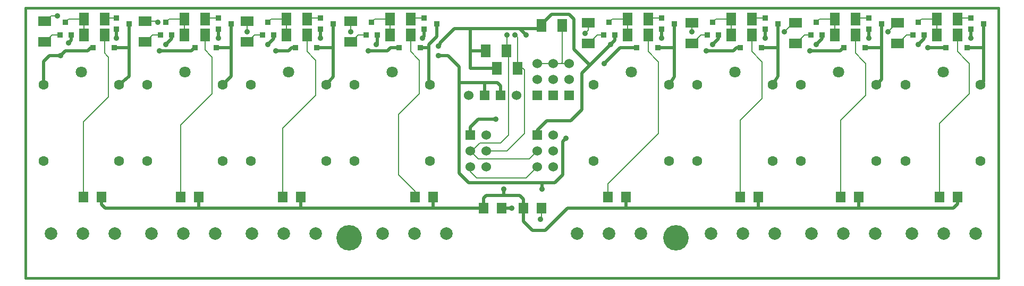
<source format=gtl>
G04 (created by PCBNEW-RS274X (2012-01-19 BZR 3256)-stable) date 15/05/2012 08:43:50*
G01*
G70*
G90*
%MOIN*%
G04 Gerber Fmt 3.4, Leading zero omitted, Abs format*
%FSLAX34Y34*%
G04 APERTURE LIST*
%ADD10C,0.006000*%
%ADD11C,0.015000*%
%ADD12R,0.036000X0.036000*%
%ADD13R,0.033500X0.033500*%
%ADD14R,0.060000X0.080000*%
%ADD15R,0.080000X0.060000*%
%ADD16C,0.078700*%
%ADD17R,0.062900X0.070900*%
%ADD18R,0.060000X0.060000*%
%ADD19C,0.060000*%
%ADD20C,0.070900*%
%ADD21C,0.063000*%
%ADD22C,0.160000*%
%ADD23C,0.035000*%
%ADD24C,0.019700*%
%ADD25C,0.008000*%
G04 APERTURE END LIST*
G54D10*
G54D11*
X12980Y-08873D02*
X12980Y-08773D01*
X74005Y-08898D02*
X74005Y-08773D01*
X12980Y-08844D02*
X12980Y-25773D01*
X12980Y-25773D02*
X74003Y-25773D01*
X74004Y-08769D02*
X12980Y-08769D01*
X74004Y-25773D02*
X74004Y-08844D01*
G54D12*
X15830Y-10473D03*
X15130Y-10473D03*
X15480Y-09673D03*
X72280Y-10123D03*
X72280Y-09423D03*
X73080Y-09773D03*
X65880Y-10123D03*
X65880Y-09423D03*
X66680Y-09773D03*
X59380Y-10123D03*
X59380Y-09423D03*
X60180Y-09773D03*
X52880Y-10123D03*
X52880Y-09423D03*
X53680Y-09773D03*
X37980Y-10123D03*
X37980Y-09423D03*
X38780Y-09773D03*
X31480Y-10123D03*
X31480Y-09423D03*
X32280Y-09773D03*
X25080Y-10123D03*
X25080Y-09423D03*
X25880Y-09773D03*
X22130Y-10473D03*
X21430Y-10473D03*
X21780Y-09673D03*
X28530Y-10473D03*
X27830Y-10473D03*
X28180Y-09673D03*
X35030Y-10473D03*
X34330Y-10473D03*
X34680Y-09673D03*
X49930Y-10473D03*
X49230Y-10473D03*
X49580Y-09673D03*
X56430Y-10473D03*
X55730Y-10473D03*
X56080Y-09673D03*
X62930Y-10473D03*
X62230Y-10473D03*
X62580Y-09673D03*
X69330Y-10473D03*
X68630Y-10473D03*
X68980Y-09673D03*
X18680Y-10123D03*
X18680Y-09423D03*
X19480Y-09773D03*
G54D13*
X72039Y-11273D03*
X70721Y-11273D03*
X65639Y-11273D03*
X64321Y-11273D03*
X59139Y-11273D03*
X57821Y-11273D03*
X52639Y-11273D03*
X51321Y-11273D03*
X37739Y-11273D03*
X36421Y-11273D03*
X31239Y-11273D03*
X29921Y-11273D03*
X24939Y-11273D03*
X23621Y-11273D03*
X18539Y-11273D03*
X17221Y-11273D03*
G54D14*
X65030Y-10473D03*
X63730Y-10473D03*
X58530Y-10473D03*
X57230Y-10473D03*
X52030Y-10473D03*
X50730Y-10473D03*
X37130Y-10473D03*
X35830Y-10473D03*
X30630Y-10473D03*
X29330Y-10473D03*
X24230Y-10473D03*
X22930Y-10473D03*
X17930Y-10473D03*
X16630Y-10473D03*
G54D15*
X67680Y-09723D03*
X67680Y-11023D03*
X61280Y-09723D03*
X61280Y-11023D03*
X54780Y-09723D03*
X54780Y-11023D03*
X48280Y-09723D03*
X48280Y-11023D03*
X33380Y-09623D03*
X33380Y-10923D03*
X26880Y-09623D03*
X26880Y-10923D03*
G54D14*
X41830Y-11473D03*
X43130Y-11473D03*
X42530Y-12573D03*
X43830Y-12573D03*
X45330Y-09873D03*
X46630Y-09873D03*
G54D15*
X14180Y-09623D03*
X14180Y-10923D03*
X20480Y-09623D03*
X20480Y-10923D03*
G54D14*
X70130Y-09473D03*
X71430Y-09473D03*
X63730Y-09473D03*
X65030Y-09473D03*
X57230Y-09473D03*
X58530Y-09473D03*
X50730Y-09473D03*
X52030Y-09473D03*
X35830Y-09473D03*
X37130Y-09473D03*
X29330Y-09473D03*
X30630Y-09473D03*
X22930Y-09473D03*
X24230Y-09473D03*
X16630Y-09473D03*
X17930Y-09473D03*
X71430Y-10473D03*
X70130Y-10473D03*
G54D16*
X14580Y-22973D03*
X16580Y-22973D03*
X18580Y-22973D03*
X20880Y-22973D03*
X22880Y-22973D03*
X24880Y-22973D03*
X27180Y-22973D03*
X29180Y-22973D03*
X31180Y-22973D03*
X35380Y-22973D03*
X37380Y-22973D03*
X39380Y-22973D03*
X47580Y-22973D03*
X49580Y-22973D03*
X51580Y-22973D03*
X55980Y-22973D03*
X57980Y-22973D03*
X59980Y-22973D03*
X62280Y-22973D03*
X64280Y-22973D03*
X66280Y-22973D03*
X68580Y-22973D03*
X70580Y-22973D03*
X72580Y-22973D03*
G54D17*
X16621Y-20673D03*
X17739Y-20673D03*
X22721Y-20673D03*
X23839Y-20673D03*
X29121Y-20673D03*
X30239Y-20673D03*
X37421Y-20673D03*
X38539Y-20673D03*
X49521Y-20673D03*
X50639Y-20673D03*
X57821Y-20673D03*
X58939Y-20673D03*
X64121Y-20673D03*
X65239Y-20673D03*
X70321Y-20673D03*
X71439Y-20673D03*
G54D18*
X45080Y-16773D03*
G54D19*
X46080Y-16773D03*
X45080Y-17773D03*
X46080Y-17773D03*
X45080Y-18773D03*
X46080Y-18773D03*
G54D18*
X40880Y-16773D03*
G54D19*
X41880Y-16773D03*
X40880Y-17773D03*
X41880Y-17773D03*
X40880Y-18773D03*
X41880Y-18773D03*
G54D20*
X16480Y-12827D03*
G54D21*
X14118Y-13614D03*
X18842Y-13614D03*
X14118Y-18417D03*
X18842Y-18417D03*
G54D20*
X22980Y-12827D03*
G54D21*
X20618Y-13614D03*
X25342Y-13614D03*
X20618Y-18417D03*
X25342Y-18417D03*
G54D20*
X29480Y-12827D03*
G54D21*
X27118Y-13614D03*
X31842Y-13614D03*
X27118Y-18417D03*
X31842Y-18417D03*
G54D20*
X35980Y-12827D03*
G54D21*
X33618Y-13614D03*
X38342Y-13614D03*
X33618Y-18417D03*
X38342Y-18417D03*
G54D20*
X50980Y-12827D03*
G54D21*
X48618Y-13614D03*
X53342Y-13614D03*
X48618Y-18417D03*
X53342Y-18417D03*
G54D20*
X57480Y-12827D03*
G54D21*
X55118Y-13614D03*
X59842Y-13614D03*
X55118Y-18417D03*
X59842Y-18417D03*
G54D20*
X63980Y-12827D03*
G54D21*
X61618Y-13614D03*
X66342Y-13614D03*
X61618Y-18417D03*
X66342Y-18417D03*
G54D20*
X70530Y-12827D03*
G54D21*
X68168Y-13614D03*
X72892Y-13614D03*
X68168Y-18417D03*
X72892Y-18417D03*
G54D18*
X45080Y-14273D03*
G54D19*
X45080Y-13273D03*
X45080Y-12273D03*
G54D18*
X46080Y-14273D03*
G54D19*
X46080Y-13273D03*
X46080Y-12273D03*
G54D18*
X47080Y-14273D03*
G54D19*
X47080Y-13273D03*
X47080Y-12273D03*
G54D18*
X41780Y-14273D03*
G54D19*
X40780Y-14273D03*
G54D17*
X42839Y-21373D03*
X41721Y-21373D03*
X45339Y-21373D03*
X44221Y-21373D03*
G54D18*
X42780Y-14273D03*
G54D19*
X43780Y-14273D03*
G54D22*
X53780Y-23228D03*
X33280Y-23228D03*
G54D23*
X62180Y-11473D03*
X55680Y-11473D03*
X38880Y-11773D03*
X46880Y-16973D03*
X69580Y-11273D03*
X45380Y-20173D03*
X21380Y-11473D03*
X15180Y-11773D03*
X34480Y-11473D03*
X49280Y-12273D03*
X28680Y-11473D03*
X21780Y-11073D03*
X42480Y-15773D03*
X56080Y-11073D03*
X34980Y-11073D03*
X62580Y-11073D03*
X38880Y-11173D03*
X15680Y-10973D03*
X49680Y-11073D03*
X68980Y-11073D03*
X28180Y-11073D03*
X44380Y-10473D03*
X14980Y-09273D03*
X21280Y-09673D03*
X26880Y-10273D03*
X33380Y-10273D03*
X48080Y-10373D03*
X54780Y-10273D03*
X60580Y-10273D03*
X67080Y-10273D03*
X43180Y-10473D03*
X43680Y-10473D03*
X52880Y-10673D03*
X31480Y-10673D03*
X18680Y-10673D03*
X37880Y-10673D03*
X25080Y-10673D03*
X42980Y-20173D03*
X65880Y-10673D03*
X72280Y-10673D03*
X59380Y-10673D03*
X43480Y-21373D03*
X45280Y-22073D03*
G54D24*
X14118Y-13614D02*
X14118Y-12273D01*
X64321Y-11273D02*
X64280Y-11273D01*
X64080Y-11473D02*
X62180Y-11473D01*
X57821Y-11273D02*
X57580Y-11273D01*
X57580Y-11273D02*
X57380Y-11473D01*
X14118Y-12273D02*
X14118Y-12210D01*
X64280Y-11273D02*
X64080Y-11473D01*
X39480Y-11773D02*
X40180Y-12473D01*
X38880Y-11773D02*
X39480Y-11773D01*
X14480Y-11773D02*
X15180Y-11773D01*
X14118Y-12273D02*
X14118Y-12135D01*
X51321Y-11273D02*
X50280Y-11273D01*
X40180Y-13473D02*
X40680Y-13473D01*
X17080Y-11273D02*
X16880Y-11473D01*
X42780Y-14273D02*
X42780Y-13673D01*
X15180Y-11773D02*
X15480Y-11473D01*
X16880Y-11473D02*
X15780Y-11473D01*
X40180Y-12473D02*
X40180Y-13473D01*
X14118Y-12135D02*
X14480Y-11773D01*
X41780Y-13473D02*
X41780Y-14273D01*
X42580Y-13473D02*
X42780Y-13673D01*
X40680Y-13473D02*
X41780Y-13473D01*
X69580Y-11273D02*
X70721Y-11273D01*
X23580Y-11273D02*
X23621Y-11273D01*
X23580Y-11273D02*
X23380Y-11473D01*
X34480Y-11473D02*
X35680Y-11473D01*
X22480Y-11473D02*
X21980Y-11473D01*
X21380Y-11473D02*
X21980Y-11473D01*
X15480Y-11473D02*
X15780Y-11473D01*
X40780Y-19773D02*
X40180Y-19173D01*
X45380Y-19773D02*
X40780Y-19773D01*
X40180Y-19173D02*
X40180Y-13473D01*
X35880Y-11273D02*
X35680Y-11473D01*
X35880Y-11273D02*
X36421Y-11273D01*
X23380Y-11473D02*
X22480Y-11473D01*
X46180Y-19773D02*
X45380Y-19773D01*
X46680Y-17173D02*
X46880Y-16973D01*
X46680Y-19273D02*
X46680Y-17173D01*
X46180Y-19773D02*
X46680Y-19273D01*
X50280Y-11273D02*
X49280Y-12273D01*
X41780Y-13473D02*
X42580Y-13473D01*
X17080Y-11273D02*
X17221Y-11273D01*
X36421Y-11273D02*
X36380Y-11273D01*
X45380Y-20173D02*
X45380Y-19773D01*
X29480Y-11473D02*
X28680Y-11473D01*
X29921Y-11273D02*
X29680Y-11273D01*
X29680Y-11273D02*
X29480Y-11473D01*
X57380Y-11473D02*
X55680Y-11473D01*
X40880Y-10073D02*
X40080Y-10073D01*
X47380Y-09473D02*
X47380Y-11373D01*
X22130Y-10473D02*
X22130Y-10723D01*
X22130Y-10723D02*
X21780Y-11073D01*
X42530Y-12573D02*
X40880Y-12573D01*
X40880Y-12373D02*
X40880Y-11473D01*
X39880Y-10073D02*
X38980Y-10973D01*
X28530Y-10723D02*
X28180Y-11073D01*
X28530Y-10473D02*
X28530Y-10723D01*
X40880Y-11473D02*
X40880Y-10073D01*
X41830Y-11473D02*
X40880Y-11473D01*
X44030Y-10073D02*
X43980Y-10073D01*
X47380Y-11373D02*
X48380Y-12373D01*
X62930Y-10723D02*
X62580Y-11073D01*
X35030Y-10473D02*
X35030Y-11023D01*
X49930Y-10473D02*
X49930Y-10823D01*
X40880Y-16273D02*
X40880Y-16773D01*
X45330Y-09873D02*
X45330Y-09823D01*
X40880Y-12573D02*
X40880Y-12373D01*
X49930Y-10823D02*
X49680Y-11073D01*
X62930Y-10473D02*
X62930Y-10723D01*
X56430Y-10723D02*
X56080Y-11073D01*
X56430Y-10473D02*
X56430Y-10723D01*
X40880Y-10073D02*
X44030Y-10073D01*
X47080Y-09173D02*
X47380Y-09473D01*
X45980Y-09173D02*
X47080Y-09173D01*
X45130Y-10073D02*
X45330Y-09873D01*
X38980Y-10973D02*
X38980Y-11073D01*
X69330Y-10723D02*
X68980Y-11073D01*
X43980Y-10073D02*
X44380Y-10473D01*
X69330Y-10473D02*
X69330Y-10723D01*
X49680Y-11073D02*
X48380Y-12373D01*
X41380Y-15773D02*
X40880Y-16273D01*
X44030Y-10073D02*
X45130Y-10073D01*
X42480Y-15773D02*
X41380Y-15773D01*
X35030Y-11023D02*
X34980Y-11073D01*
X45330Y-09823D02*
X45980Y-09173D01*
X39880Y-10073D02*
X40080Y-10073D01*
X45080Y-16473D02*
X45080Y-16773D01*
X47880Y-12873D02*
X47880Y-15173D01*
X45680Y-15873D02*
X45080Y-16473D01*
X47880Y-15173D02*
X47180Y-15873D01*
X48380Y-12373D02*
X47880Y-12873D01*
X15830Y-10473D02*
X15830Y-10823D01*
X15830Y-10823D02*
X15680Y-10973D01*
X47180Y-15873D02*
X45680Y-15873D01*
X38980Y-11073D02*
X38880Y-11173D01*
G54D25*
X44380Y-19473D02*
X45080Y-18773D01*
X41280Y-19473D02*
X44380Y-19473D01*
X40880Y-19073D02*
X41280Y-19473D01*
X40880Y-18773D02*
X40880Y-19073D01*
X14180Y-09623D02*
X14230Y-09623D01*
X14580Y-09273D02*
X14980Y-09273D01*
X14230Y-09623D02*
X14580Y-09273D01*
X21280Y-09673D02*
X21230Y-09623D01*
X21230Y-09623D02*
X20480Y-09623D01*
X26880Y-10273D02*
X26880Y-09623D01*
X33380Y-09623D02*
X33380Y-10273D01*
X48280Y-10173D02*
X48280Y-09723D01*
X48080Y-10373D02*
X48280Y-10173D01*
X54780Y-09723D02*
X54780Y-10273D01*
X60580Y-10273D02*
X61130Y-09723D01*
X61130Y-09723D02*
X61280Y-09723D01*
X67630Y-09723D02*
X67680Y-09723D01*
X67080Y-10273D02*
X67630Y-09723D01*
X16630Y-09473D02*
X15680Y-09473D01*
X15680Y-09473D02*
X15480Y-09673D01*
X16630Y-10473D02*
X16630Y-09473D01*
X22930Y-10473D02*
X22930Y-09473D01*
X21980Y-09473D02*
X21780Y-09673D01*
X22930Y-09473D02*
X21980Y-09473D01*
X29330Y-09473D02*
X28380Y-09473D01*
X28380Y-09473D02*
X28180Y-09673D01*
X29330Y-10473D02*
X29330Y-09473D01*
X35830Y-09473D02*
X34880Y-09473D01*
X34880Y-09473D02*
X34680Y-09673D01*
X35830Y-10473D02*
X35830Y-09473D01*
X49780Y-09473D02*
X49580Y-09673D01*
X50730Y-10473D02*
X50730Y-09473D01*
X50730Y-09473D02*
X49780Y-09473D01*
X57230Y-10473D02*
X57230Y-09473D01*
X57230Y-09473D02*
X56280Y-09473D01*
X56280Y-09473D02*
X56080Y-09673D01*
X63730Y-09473D02*
X62780Y-09473D01*
X62780Y-09473D02*
X62580Y-09673D01*
X63730Y-10473D02*
X63730Y-09473D01*
X70130Y-09473D02*
X69180Y-09473D01*
X70130Y-09473D02*
X70130Y-10473D01*
X70130Y-10473D02*
X70130Y-09473D01*
X69180Y-09473D02*
X68980Y-09673D01*
X43180Y-11423D02*
X43130Y-11473D01*
X42780Y-17273D02*
X43280Y-16773D01*
X43280Y-11623D02*
X43130Y-11473D01*
X44580Y-18273D02*
X45080Y-17773D01*
X40880Y-17773D02*
X40980Y-17773D01*
X43180Y-11523D02*
X43130Y-11473D01*
X41480Y-17273D02*
X42780Y-17273D01*
X43180Y-10473D02*
X43180Y-11423D01*
X40880Y-17773D02*
X41380Y-18273D01*
X43280Y-16773D02*
X43280Y-11623D01*
X41380Y-18273D02*
X44580Y-18273D01*
X40980Y-17773D02*
X41480Y-17273D01*
X43830Y-12573D02*
X43830Y-10623D01*
X44180Y-12573D02*
X43830Y-12573D01*
X44180Y-12573D02*
X44280Y-12673D01*
X44280Y-12673D02*
X44280Y-16673D01*
X43830Y-10623D02*
X43680Y-10473D01*
X43180Y-17773D02*
X44280Y-16673D01*
X41880Y-17773D02*
X43180Y-17773D01*
G54D24*
X42980Y-20573D02*
X43980Y-20573D01*
X23839Y-21373D02*
X23880Y-21373D01*
X37880Y-10673D02*
X37980Y-10573D01*
X58939Y-20673D02*
X58939Y-21373D01*
X44221Y-22214D02*
X44221Y-21373D01*
X42980Y-20573D02*
X42980Y-20173D01*
X44780Y-22773D02*
X44221Y-22214D01*
X50580Y-21373D02*
X46980Y-21373D01*
X41721Y-21373D02*
X41721Y-20732D01*
X41721Y-20732D02*
X41880Y-20573D01*
X23880Y-21373D02*
X30280Y-21373D01*
X17739Y-21132D02*
X17980Y-21373D01*
X71439Y-21114D02*
X71180Y-21373D01*
X31480Y-10673D02*
X31480Y-10123D01*
X18680Y-10123D02*
X18680Y-10673D01*
X30239Y-20673D02*
X30239Y-21373D01*
X43980Y-20573D02*
X44221Y-20814D01*
X30239Y-21373D02*
X30280Y-21373D01*
X58939Y-21373D02*
X58980Y-21373D01*
X25080Y-10673D02*
X25080Y-10123D01*
X71180Y-21373D02*
X65180Y-21373D01*
X71439Y-20673D02*
X71439Y-21114D01*
X46980Y-21373D02*
X45580Y-22773D01*
X65239Y-20673D02*
X65239Y-21373D01*
X65239Y-21373D02*
X65180Y-21373D01*
X65180Y-21373D02*
X58980Y-21373D01*
X38539Y-21373D02*
X38580Y-21373D01*
X38539Y-20673D02*
X38539Y-21373D01*
X30280Y-21373D02*
X38580Y-21373D01*
X38580Y-21373D02*
X41721Y-21373D01*
X65880Y-10673D02*
X65880Y-10123D01*
X17980Y-21373D02*
X23880Y-21373D01*
X23839Y-20673D02*
X23839Y-21373D01*
X17739Y-20673D02*
X17739Y-21132D01*
X58980Y-21373D02*
X50580Y-21373D01*
X44221Y-20814D02*
X44221Y-21373D01*
X45580Y-22773D02*
X44780Y-22773D01*
X50639Y-21373D02*
X50580Y-21373D01*
X50639Y-20673D02*
X50639Y-21373D01*
X59380Y-10673D02*
X59380Y-10123D01*
X72280Y-10123D02*
X72280Y-10673D01*
X41880Y-20573D02*
X42980Y-20573D01*
X52880Y-10673D02*
X52880Y-10123D01*
X37980Y-10573D02*
X37980Y-10123D01*
G54D25*
X68630Y-10473D02*
X68230Y-10473D01*
X68230Y-10473D02*
X67680Y-11023D01*
X61830Y-10473D02*
X61280Y-11023D01*
X62230Y-10473D02*
X61830Y-10473D01*
X65480Y-14473D02*
X65680Y-14273D01*
X64121Y-15832D02*
X65480Y-14473D01*
X65680Y-12273D02*
X65480Y-12073D01*
X65680Y-14273D02*
X65680Y-12273D01*
X65030Y-11623D02*
X65030Y-10473D01*
X64121Y-20673D02*
X64121Y-15832D01*
X65480Y-12073D02*
X65030Y-11623D01*
X71680Y-09423D02*
X71430Y-09473D01*
X72280Y-09423D02*
X71680Y-09423D01*
X70321Y-16032D02*
X70321Y-20673D01*
X72180Y-14173D02*
X72180Y-12273D01*
X72180Y-12273D02*
X71980Y-12073D01*
X71430Y-10473D02*
X71430Y-11523D01*
X71980Y-12073D02*
X71430Y-11523D01*
X70321Y-16032D02*
X71980Y-14373D01*
X71980Y-14373D02*
X72180Y-14173D01*
X30880Y-09423D02*
X30630Y-09473D01*
X31480Y-09423D02*
X30880Y-09423D01*
X27330Y-10473D02*
X26880Y-10923D01*
X27830Y-10473D02*
X27330Y-10473D01*
X65880Y-09423D02*
X65280Y-09423D01*
X65280Y-09423D02*
X65030Y-09473D01*
G54D24*
X66680Y-11273D02*
X66680Y-11573D01*
X66680Y-13026D02*
X66680Y-13276D01*
X66680Y-11573D02*
X66680Y-13026D01*
X65639Y-11273D02*
X66680Y-11273D01*
X66680Y-13276D02*
X66342Y-13614D01*
X66680Y-09773D02*
X66680Y-11273D01*
G54D25*
X52280Y-09423D02*
X52030Y-09473D01*
X52880Y-09423D02*
X52280Y-09423D01*
X48830Y-10473D02*
X48280Y-11023D01*
X49230Y-10473D02*
X48830Y-10473D01*
X59380Y-09423D02*
X58780Y-09423D01*
X58780Y-09423D02*
X58530Y-09473D01*
X49521Y-20673D02*
X49521Y-19832D01*
X52580Y-16773D02*
X52680Y-16673D01*
X52030Y-11523D02*
X52030Y-10473D01*
X52580Y-12073D02*
X52030Y-11523D01*
X52680Y-12173D02*
X52580Y-12073D01*
X49521Y-19832D02*
X52580Y-16773D01*
X52680Y-16673D02*
X52680Y-12173D01*
X55330Y-10473D02*
X54780Y-11023D01*
X55730Y-10473D02*
X55330Y-10473D01*
X59080Y-14573D02*
X59180Y-14473D01*
X57821Y-20673D02*
X57821Y-15832D01*
X57821Y-15832D02*
X59080Y-14573D01*
X59080Y-12073D02*
X58530Y-11523D01*
X58530Y-11523D02*
X58530Y-10473D01*
X59180Y-12173D02*
X59080Y-12073D01*
X59180Y-14473D02*
X59180Y-12173D01*
X47080Y-12273D02*
X46580Y-12273D01*
X46630Y-12223D02*
X46580Y-12273D01*
X46630Y-09873D02*
X46630Y-12223D01*
X46580Y-12273D02*
X46080Y-12273D01*
X46630Y-12273D02*
X46580Y-12273D01*
X46080Y-12273D02*
X45080Y-12273D01*
X18680Y-09423D02*
X18180Y-09423D01*
X18180Y-09423D02*
X17930Y-09473D01*
G54D24*
X19480Y-11273D02*
X19480Y-11573D01*
X19480Y-09773D02*
X19480Y-11273D01*
X19480Y-13076D02*
X18842Y-13614D01*
X19480Y-11573D02*
X19480Y-13076D01*
X18539Y-11273D02*
X19480Y-11273D01*
G54D25*
X15130Y-10473D02*
X14630Y-10473D01*
X14630Y-10473D02*
X14180Y-10923D01*
X37380Y-09423D02*
X37130Y-09473D01*
X37980Y-09423D02*
X37380Y-09423D01*
G54D24*
X38280Y-11573D02*
X38280Y-13252D01*
X38280Y-13252D02*
X38342Y-13614D01*
X38780Y-09773D02*
X38780Y-10573D01*
X38280Y-11073D02*
X38280Y-11273D01*
X38280Y-11273D02*
X38280Y-11373D01*
X38280Y-11373D02*
X38280Y-11573D01*
X38780Y-10573D02*
X38280Y-11073D01*
X37739Y-11273D02*
X38280Y-11273D01*
G54D25*
X31080Y-14373D02*
X31180Y-14273D01*
X31080Y-11973D02*
X30630Y-11523D01*
X30630Y-10473D02*
X30630Y-11523D01*
X29121Y-16332D02*
X29121Y-20673D01*
X29121Y-16332D02*
X31080Y-14373D01*
X31180Y-12073D02*
X31080Y-11973D01*
X31180Y-14273D02*
X31180Y-12073D01*
X33830Y-10473D02*
X33380Y-10923D01*
X34330Y-10473D02*
X33830Y-10473D01*
X37580Y-14273D02*
X37680Y-14173D01*
X37421Y-20314D02*
X36380Y-19273D01*
X37580Y-11973D02*
X37130Y-11523D01*
X36380Y-15473D02*
X37580Y-14273D01*
X36380Y-19273D02*
X36380Y-15473D01*
X37130Y-10473D02*
X37130Y-11523D01*
X37421Y-20314D02*
X37421Y-20673D01*
X37680Y-12073D02*
X37580Y-11973D01*
X37680Y-14173D02*
X37680Y-12073D01*
X21430Y-10473D02*
X20930Y-10473D01*
X20930Y-10473D02*
X20480Y-10923D01*
X24580Y-14273D02*
X24680Y-14173D01*
X24580Y-11773D02*
X24230Y-11423D01*
X22721Y-16132D02*
X24580Y-14273D01*
X22721Y-20673D02*
X22721Y-16132D01*
X24230Y-11423D02*
X24230Y-10473D01*
X24680Y-11873D02*
X24580Y-11773D01*
X24680Y-14173D02*
X24680Y-11873D01*
X18080Y-14473D02*
X18180Y-14373D01*
X16621Y-15932D02*
X18080Y-14473D01*
X18080Y-11773D02*
X17930Y-11623D01*
X17930Y-10473D02*
X17930Y-11623D01*
X16621Y-15932D02*
X16621Y-20673D01*
X18180Y-11873D02*
X18080Y-11773D01*
X18180Y-14373D02*
X18180Y-11873D01*
X24480Y-09423D02*
X24230Y-09473D01*
X25080Y-09423D02*
X24480Y-09423D01*
G54D24*
X25880Y-09773D02*
X25880Y-11273D01*
X24939Y-11273D02*
X25880Y-11273D01*
X25880Y-11273D02*
X25880Y-11573D01*
X25880Y-13076D02*
X25342Y-13614D01*
X25880Y-11573D02*
X25880Y-13076D01*
X42839Y-21373D02*
X43480Y-21373D01*
G54D25*
X45339Y-22014D02*
X45280Y-22073D01*
X45339Y-21373D02*
X45339Y-22014D01*
G54D24*
X31239Y-11273D02*
X32280Y-11273D01*
X32280Y-13126D02*
X31842Y-13614D01*
X32280Y-11673D02*
X32280Y-13126D01*
X32280Y-09773D02*
X32280Y-11373D01*
X32280Y-11373D02*
X32280Y-11673D01*
X32280Y-11573D02*
X32280Y-11673D01*
X32280Y-11273D02*
X32280Y-11373D01*
X60180Y-11273D02*
X60180Y-11573D01*
X60180Y-09773D02*
X60180Y-11273D01*
X60180Y-13076D02*
X59842Y-13614D01*
X60180Y-11573D02*
X60180Y-13076D01*
X59139Y-11273D02*
X60180Y-11273D01*
X52639Y-11273D02*
X53680Y-11273D01*
X53680Y-11573D02*
X53680Y-13126D01*
X53680Y-09773D02*
X53680Y-11273D01*
X53680Y-11273D02*
X53680Y-11573D01*
X53680Y-13126D02*
X53342Y-13614D01*
X73080Y-11273D02*
X72039Y-11273D01*
X73080Y-13076D02*
X73080Y-13426D01*
X73080Y-11573D02*
X73080Y-13076D01*
X73080Y-09773D02*
X73080Y-11273D01*
X73080Y-11273D02*
X73080Y-11573D01*
X73080Y-13426D02*
X72892Y-13614D01*
M02*

</source>
